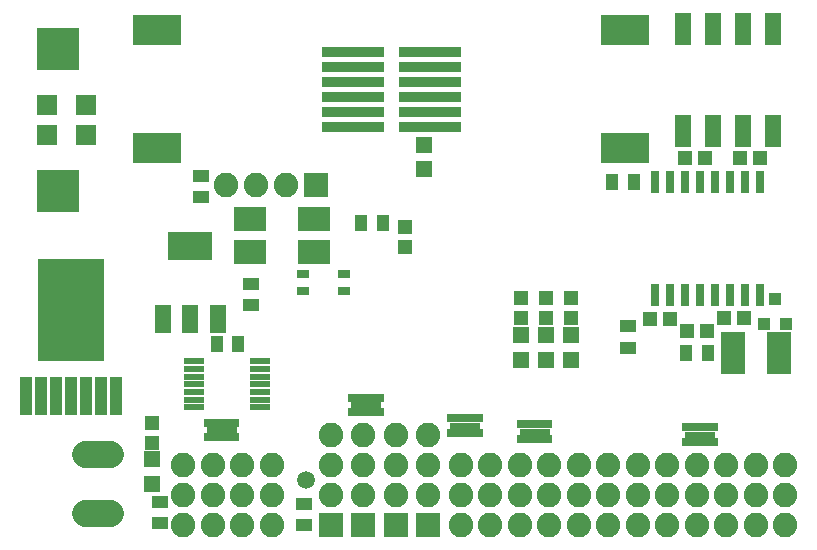
<source format=gts>
G75*
G70*
%OFA0B0*%
%FSLAX24Y24*%
%IPPOS*%
%LPD*%
%AMOC8*
5,1,8,0,0,1.08239X$1,22.5*
%
%ADD10R,0.0474X0.0513*%
%ADD11R,0.0552X0.0552*%
%ADD12R,0.0552X0.0395*%
%ADD13R,0.1094X0.0828*%
%ADD14C,0.0820*%
%ADD15R,0.0820X0.0820*%
%ADD16R,0.0305X0.0746*%
%ADD17R,0.0580X0.1080*%
%ADD18R,0.0682X0.0682*%
%ADD19R,0.1386X0.1386*%
%ADD20R,0.2108X0.0379*%
%ADD21R,0.1635X0.1045*%
%ADD22R,0.0184X0.0269*%
%ADD23R,0.1006X0.0218*%
%ADD24R,0.0710X0.0218*%
%ADD25R,0.0395X0.0552*%
%ADD26R,0.0513X0.0474*%
%ADD27R,0.0828X0.1419*%
%ADD28R,0.0395X0.0434*%
%ADD29R,0.2186X0.3442*%
%ADD30R,0.0430X0.1285*%
%ADD31C,0.0907*%
%ADD32R,0.0395X0.0316*%
%ADD33R,0.0560X0.0960*%
%ADD34R,0.1497X0.0946*%
%ADD35C,0.0595*%
D10*
X005233Y003569D03*
X005233Y004238D03*
X013648Y010114D03*
X013648Y010784D03*
X017536Y008421D03*
X017536Y007752D03*
X018372Y007752D03*
X018372Y008421D03*
X019209Y008421D03*
X019209Y007752D03*
D11*
X019209Y007171D03*
X018372Y007171D03*
X017536Y007171D03*
X017536Y006345D03*
X018372Y006345D03*
X019209Y006345D03*
X014288Y012693D03*
X014288Y013520D03*
X005233Y003038D03*
X005233Y002211D03*
D12*
X005479Y001601D03*
X005479Y000892D03*
X010301Y000843D03*
X010301Y001551D03*
X008530Y008175D03*
X008530Y008884D03*
X006857Y011768D03*
X006857Y012477D03*
X021079Y007457D03*
X021079Y006748D03*
D13*
X010631Y009947D03*
X010631Y011049D03*
X008495Y011049D03*
X008495Y009947D03*
D14*
X008695Y012171D03*
X007695Y012171D03*
X009695Y012171D03*
X011187Y003853D03*
X011187Y002853D03*
X012270Y002853D03*
X012270Y003853D03*
X013353Y003853D03*
X013353Y002853D03*
X014435Y002853D03*
X015518Y002853D03*
X016502Y002853D03*
X017486Y002853D03*
X018471Y002853D03*
X019455Y002853D03*
X020439Y002853D03*
X021423Y002853D03*
X022408Y002853D03*
X023392Y002853D03*
X024376Y002853D03*
X025360Y002853D03*
X026345Y002853D03*
X026345Y001853D03*
X025360Y001853D03*
X024376Y001853D03*
X023392Y001853D03*
X022408Y001853D03*
X021423Y001853D03*
X020439Y001853D03*
X019455Y001853D03*
X018471Y001853D03*
X017486Y001853D03*
X016502Y001853D03*
X015518Y001853D03*
X014435Y001853D03*
X013353Y001853D03*
X012270Y001853D03*
X011187Y001853D03*
X009219Y001853D03*
X008234Y001853D03*
X007250Y001853D03*
X006266Y001853D03*
X006266Y002853D03*
X007250Y002853D03*
X008234Y002853D03*
X009219Y002853D03*
X009219Y000853D03*
X008234Y000853D03*
X007250Y000853D03*
X006266Y000853D03*
X014435Y003853D03*
X015518Y000853D03*
X016502Y000853D03*
X017486Y000853D03*
X018471Y000853D03*
X019455Y000853D03*
X020439Y000853D03*
X021423Y000853D03*
X022408Y000853D03*
X023392Y000853D03*
X024376Y000853D03*
X025360Y000853D03*
X026345Y000853D03*
D15*
X014435Y000853D03*
X013353Y000853D03*
X012270Y000853D03*
X011187Y000853D03*
X010695Y012171D03*
D16*
X021986Y012278D03*
X022486Y012278D03*
X022986Y012278D03*
X023486Y012278D03*
X023986Y012278D03*
X024486Y012278D03*
X024986Y012278D03*
X025486Y012278D03*
X025486Y008522D03*
X024986Y008522D03*
X024486Y008522D03*
X023986Y008522D03*
X023486Y008522D03*
X022986Y008522D03*
X022486Y008522D03*
X021986Y008522D03*
D17*
X022925Y013973D03*
X023925Y013973D03*
X024925Y013973D03*
X025925Y013973D03*
X025925Y017359D03*
X024925Y017359D03*
X023925Y017359D03*
X022925Y017359D03*
D18*
X003018Y014829D03*
X003018Y013845D03*
X001738Y013845D03*
X001738Y014829D03*
D19*
X002112Y016707D03*
X002112Y011967D03*
D20*
X011929Y014120D03*
X011929Y014620D03*
X011929Y015120D03*
X011929Y015620D03*
X011929Y016120D03*
X011929Y016620D03*
X014481Y016620D03*
X014481Y016120D03*
X014481Y015620D03*
X014481Y015120D03*
X014481Y014620D03*
X014481Y014120D03*
D21*
X021006Y013412D03*
X021006Y017329D03*
X005404Y017329D03*
X005404Y013412D03*
D22*
X011876Y005081D03*
X012073Y005081D03*
X012270Y005081D03*
X012467Y005081D03*
X012664Y005081D03*
X012860Y005081D03*
X012860Y004597D03*
X012664Y004597D03*
X012467Y004597D03*
X012270Y004597D03*
X012073Y004597D03*
X011876Y004597D03*
X015173Y004392D03*
X015370Y004392D03*
X015567Y004392D03*
X015764Y004392D03*
X015961Y004392D03*
X016158Y004392D03*
X016158Y003908D03*
X015961Y003908D03*
X015764Y003908D03*
X015567Y003908D03*
X015370Y003908D03*
X015173Y003908D03*
X017486Y003711D03*
X017683Y003711D03*
X017880Y003711D03*
X018077Y003711D03*
X018274Y003711D03*
X018471Y003711D03*
X018471Y004195D03*
X018274Y004195D03*
X018077Y004195D03*
X017880Y004195D03*
X017683Y004195D03*
X017486Y004195D03*
X022998Y004096D03*
X023195Y004096D03*
X023392Y004096D03*
X023589Y004096D03*
X023786Y004096D03*
X023983Y004096D03*
X023983Y003613D03*
X023786Y003613D03*
X023589Y003613D03*
X023392Y003613D03*
X023195Y003613D03*
X022998Y003613D03*
X008038Y003760D03*
X007841Y003760D03*
X007644Y003760D03*
X007447Y003760D03*
X007250Y003760D03*
X007053Y003760D03*
X007053Y004244D03*
X007250Y004244D03*
X007447Y004244D03*
X007644Y004244D03*
X007841Y004244D03*
X008038Y004244D03*
D23*
X007546Y004002D03*
X012368Y004839D03*
X015666Y004150D03*
X017979Y003953D03*
X023490Y003855D03*
D24*
X008845Y004760D03*
X008845Y005016D03*
X008845Y005272D03*
X008845Y005528D03*
X008845Y005784D03*
X008845Y006040D03*
X008845Y006296D03*
X006640Y006296D03*
X006640Y006040D03*
X006640Y005784D03*
X006640Y005528D03*
X006640Y005272D03*
X006640Y005016D03*
X006640Y004760D03*
D25*
X007388Y006857D03*
X008097Y006857D03*
X012211Y010892D03*
X012920Y010892D03*
X020577Y012270D03*
X021286Y012270D03*
X023038Y006561D03*
X023746Y006561D03*
D26*
X023727Y007299D03*
X023057Y007299D03*
X022496Y007693D03*
X021827Y007693D03*
X024288Y007742D03*
X024957Y007742D03*
X024829Y013057D03*
X025498Y013057D03*
X023677Y013057D03*
X023008Y013057D03*
D27*
X024593Y006561D03*
X026128Y006561D03*
D28*
X026374Y007546D03*
X025626Y007546D03*
X026000Y008372D03*
D29*
X002526Y008010D03*
D30*
X002526Y005134D03*
X003026Y005134D03*
X003526Y005134D03*
X004026Y005134D03*
X002026Y005134D03*
X001526Y005134D03*
X001026Y005134D03*
D31*
X002998Y001246D02*
X003825Y001246D01*
X003825Y003215D02*
X002998Y003215D01*
D32*
X010252Y008648D03*
X010252Y009199D03*
X011630Y009199D03*
X011630Y008648D03*
D33*
X007422Y007703D03*
X006512Y007703D03*
X005602Y007703D03*
D34*
X006512Y010144D03*
D35*
X010351Y002329D03*
M02*

</source>
